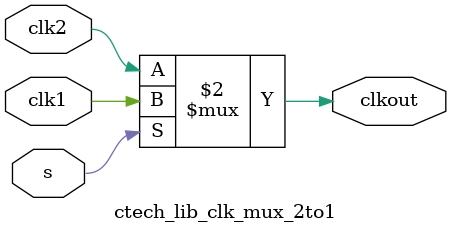
<source format=sv>
`include "hs_soc_clock_macros.sv"
module ctech_lib_clk_mux_2to1 (
   input logic clk1,
   input logic clk2,
   input logic s,
   output logic clkout
);
   `ifndef DC
   assign clkout = (s==1'b1)?clk1:clk2;
   `else
    `MAKE_CLK_2TO1MUX(clkout,clk2,clk1,s)
   `endif
endmodule

</source>
